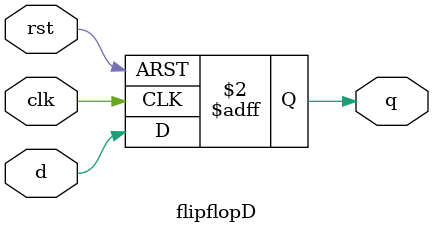
<source format=v>
module flipflopD(
    input d,
    input clk,
    input rst,
    output reg q
);

always@(posedge clk, posedge rst)
begin
    if(rst)
        q <= 0;
    else
        q <= d; 
end

endmodule
</source>
